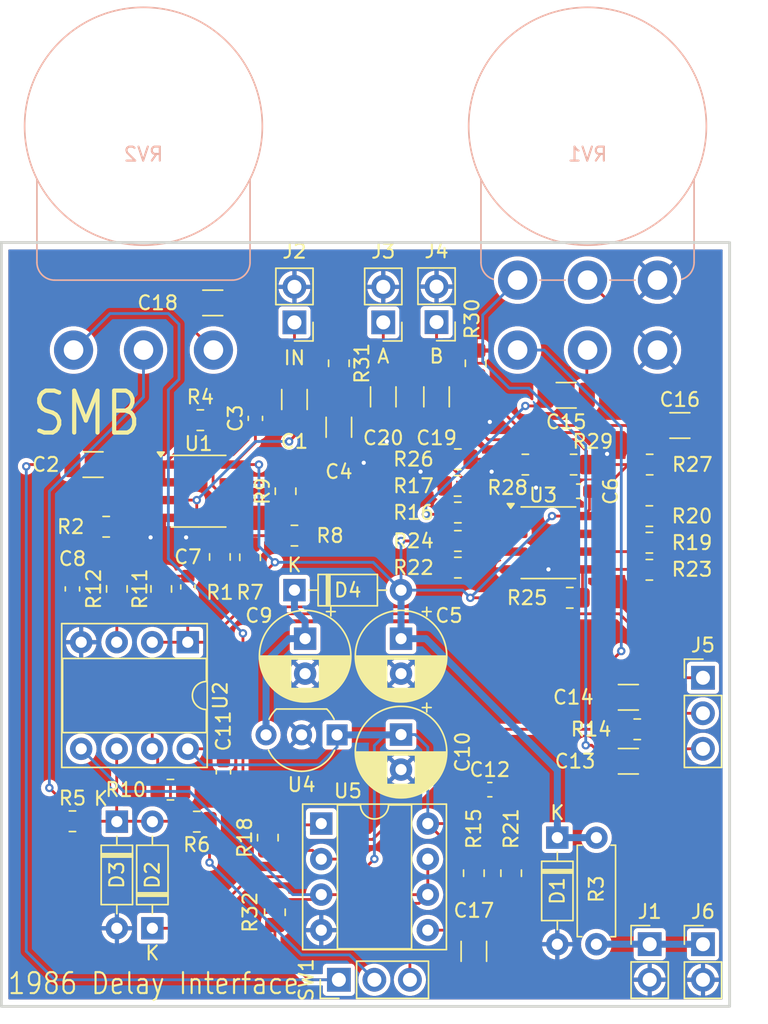
<source format=kicad_pcb>
(kicad_pcb (version 20240108) (generator "pcbnew") (generator_version "8.0")
  (layers (0 "F.Cu" signal) (31 "B.Cu" signal) (34 "B.Paste" user) (35 "F.Paste" user) (36 "B.SilkS" user "B.Silkscreen") (37 "F.SilkS" user "F.Silkscreen") (38 "B.Mask" user) (39 "F.Mask" user) (44 "Edge.Cuts" user))
  (net 0 "")
  (net 1 "Net-(U1A-+)")
  (net 2 "AUDIO IN")
  (net 3 "Net-(C4-Pad1)")
  (net 4 "GND")
  (net 5 "Net-(U1A--)")
  (net 6 "Net-(SW1-A)")
  (net 7 "ADC")
  (net 8 "+9V")
  (net 9 "DRY")
  (net 10 "Net-(C7-Pad1)")
  (net 11 "Net-(U2A-+)")
  (net 12 "Net-(U3A--)")
  (net 13 "Net-(D4-K)")
  (net 14 "IN B")
  (net 15 "Net-(U3A-+)")
  (net 16 "+3.3V")
  (net 17 "+1V5")
  (net 18 "Net-(C13-Pad1)")
  (net 19 "Net-(C14-Pad1)")
  (net 20 "IN A")
  (net 21 "Net-(C15-Pad1)")
  (net 22 "Net-(C15-Pad2)")
  (net 23 "Net-(C16-Pad2)")
  (net 24 "Net-(C16-Pad1)")
  (net 25 "Net-(U5B-+)")
  (net 26 "Net-(C18-Pad2)")
  (net 27 "Net-(C19-Pad1)")
  (net 28 "Net-(C20-Pad1)")
  (net 29 "Net-(D2-A)")
  (net 30 "OUT B")
  (net 31 "Net-(R10-Pad2)")
  (net 32 "OUT A")
  (net 33 "Net-(U5A--)")
  (net 34 "Net-(R18-Pad2)")
  (net 35 "Net-(U3B--)")
  (net 36 "Net-(U3B-+)")
  (net 37 "Net-(J1-Pin_1)")
  (net 38 "Net-(U1B--)")
  (net 39 "FBK")
  (net 40 "Net-(SW1-B)")
  (net 41 "Net-(U1B-+)")
  (footprint "Capacitor_SMD:C_1206_3216Metric" (layer "F.Cu") (at 144.145 65.644 90)
    (property "Reference" "C20")
    (property "Value" "1u")
  )
  (footprint "Package_TO_SOT_THT:TO-92_Inline_Wide" (layer "F.Cu") (at 140.843 89.81 180)
    (property "Reference" "U4")
    (property "Value" "L78L33_SOT89")
  )
  (footprint "Resistor_SMD:R_0805_2012Metric" (layer "F.Cu") (at 128.27 79.375 90)
    (property "Reference" "R11")
    (property "Value" "8k2")
  )
  (footprint "Connector_PinHeader_2.54mm:PinHeader_1x02_P2.54mm_Vertical" (layer "F.Cu") (at 163.195 104.77)
    (property "Reference" "J1")
    (property "Value" "PWR")
  )
  (footprint "Resistor_SMD:R_0805_2012Metric" (layer "F.Cu") (at 157.7575 70.485 180)
    (property "Reference" "R29")
    (property "Value" "1M")
  )
  (footprint "Package_DIP:DIP-8_W7.62mm_Socket" (layer "F.Cu") (at 139.71 96.149)
    (property "Reference" "U5")
    (property "Value" "MCP6002-xMC")
  )
  (footprint "Resistor_SMD:R_0805_2012Metric" (layer "F.Cu") (at 163.1715 76.073 180)
    (property "Reference" "R19")
    (property "Value" "10k")
  )
  (footprint "Capacitor_THT:CP_Radial_D6.3mm_P2.50mm" (layer "F.Cu") (at 138.557 82.931 -90)
    (property "Reference" "C9")
    (property "Value" "100u")
  )
  (footprint "Capacitor_SMD:C_1206_3216Metric" (layer "F.Cu") (at 157.226 65.532 180)
    (property "Reference" "C15")
    (property "Value" "1u")
  )
  (footprint "Resistor_SMD:R_0805_2012Metric" (layer "F.Cu") (at 135.89 97.155 90)
    (property "Reference" "R18")
    (property "Value" "10k")
  )
  (footprint "Capacitor_SMD:C_1206_3216Metric" (layer "F.Cu") (at 161.671 91.694)
    (property "Reference" "C13")
    (property "Value" "1u")
  )
  (footprint "Resistor_SMD:R_0805_2012Metric" (layer "F.Cu") (at 130.81 96.012 180)
    (property "Reference" "R6")
    (property "Value" "10k")
  )
  (footprint "Capacitor_SMD:C_1206_3216Metric" (layer "F.Cu") (at 161.671 87.122)
    (property "Reference" "C14")
    (property "Value" "1u")
  )
  (footprint "Resistor_SMD:R_0805_2012Metric" (layer "F.Cu") (at 163.1715 78.007)
    (property "Reference" "R23")
    (property "Value" "1M")
  )
  (footprint "Resistor_SMD:R_0805_2012Metric" (layer "F.Cu") (at 149.479 70.104)
    (property "Reference" "R26")
    (property "Value" "10k")
  )
  (footprint "Capacitor_SMD:C_0603_1608Metric" (layer "F.Cu") (at 130.175 79.235 -90)
    (property "Reference" "C7")
    (property "Value" "8n2")
  )
  (footprint "Connector_PinHeader_2.54mm:PinHeader_1x02_P2.54mm_Vertical" (layer "F.Cu") (at 137.795 60.32 180)
    (property "Reference" "J2")
    (property "Value" "IN")
  )
  (footprint "Resistor_SMD:R_0805_2012Metric" (layer "F.Cu") (at 149.479 75.946)
    (property "Reference" "R24")
    (property "Value" "1M")
  )
  (footprint "Diode_THT:D_DO-35_SOD27_P7.62mm_Horizontal" (layer "F.Cu") (at 125.095 96.012 -90)
    (property "Reference" "D3")
    (property "Value" "BAT43")
  )
  (footprint "Resistor_SMD:R_0805_2012Metric" (layer "F.Cu") (at 124.333 74.93 180)
    (property "Reference" "R2")
    (property "Value" "1M")
  )
  (footprint "Resistor_SMD:R_0805_2012Metric" (layer "F.Cu") (at 136.398 102.489 -90)
    (property "Reference" "R32")
    (property "Value" "1M")
  )
  (footprint "Resistor_THT:R_Axial_DIN0207_L6.3mm_D2.5mm_P7.62mm_Horizontal" (layer "F.Cu") (at 159.385 104.775 90)
    (property "Reference" "R3")
    (property "Value" "47R")
  )
  (footprint "Resistor_SMD:R_0805_2012Metric" (layer "F.Cu") (at 157.48 80.01)
    (property "Reference" "R25")
    (property "Value" "1M")
  )
  (footprint "Resistor_SMD:R_0805_2012Metric" (layer "F.Cu") (at 163.1715 74.168 180)
    (property "Reference" "R20")
    (property "Value" "10k")
  )
  (footprint "Resistor_SMD:R_0805_2012Metric" (layer "F.Cu") (at 163.195 70.485 180)
    (property "Reference" "R27")
    (property "Value" "10k")
  )
  (footprint "Resistor_SMD:R_0805_2012Metric" (layer "F.Cu") (at 137.16 72.39 90)
    (property "Reference" "R9")
    (property "Value" "10k")
  )
  (footprint "Capacitor_SMD:C_1206_3216Metric" (layer "F.Cu") (at 147.955 65.644 90)
    (property "Reference" "C19")
    (property "Value" "1u")
  )
  (footprint "Resistor_SMD:R_0805_2012Metric" (layer "F.Cu") (at 150.749 63.246 90)
    (property "Reference" "R30")
    (property "Value" "1M")
  )
  (footprint "Connector_PinHeader_2.54mm:PinHeader_1x02_P2.54mm_Vertical" (layer "F.Cu") (at 167.005 104.775)
    (property "Reference" "J6")
    (property "Value" "PWR")
  )
  (footprint "Resistor_SMD:R_0805_2012Metric" (layer "F.Cu") (at 137.795 75.565)
    (property "Reference" "R8")
    (property "Value" "1M")
  )
  (footprint "Capacitor_SMD:C_1206_3216Metric" (layer "F.Cu") (at 150.622 105.283 90)
    (property "Reference" "C17")
    (property "Value" "1u")
  )
  (footprint "Capacitor_SMD:C_1206_3216Metric" (layer "F.Cu") (at 131.953 58.928 180)
    (property "Reference" "C18")
    (property "Value" "1u")
  )
  (footprint "Diode_THT:D_DO-35_SOD27_P7.62mm_Horizontal" (layer "F.Cu") (at 156.591 97.155 -90)
    (property "Reference" "D1")
    (property "Value" "1N4007")
  )
  (footprint "Diode_THT:D_DO-35_SOD27_P7.62mm_Horizontal" (layer "F.Cu") (at 127.635 103.632 90)
    (property "Reference" "D2")
    (property "Value" "BAT43")
  )
  (footprint "Resistor_SMD:R_0805_2012Metric" (layer "F.Cu") (at 154.305 70.485)
    (property "Reference" "R28")
    (property "Value" "1M")
  )
  (footprint "Package_SO:SOIC-8_3.9x4.9mm_P1.27mm" (layer "F.Cu") (at 130.937 72.39)
    (property "Reference" "U1")
    (property "Value" "TL072")
  )
  (footprint "Resistor_SMD:R_0805_2012Metric" (layer "F.Cu") (at 149.479 73.914)
    (property "Reference" "R16")
    (property "Value" "10k")
  )
  (footprint "Resistor_SMD:R_0805_2012Metric" (layer "F.Cu") (at 153.289 99.695 -90)
    (property "Reference" "R21")
    (property "Value" "10k")
  )
  (footprint "Resistor_SMD:R_0805_2012Metric" (layer "F.Cu") (at 149.479 77.851 180)
    (property "Reference" "R22")
    (property "Value" "1M")
  )
  (footprint "Connector_PinHeader_2.54mm:PinHeader_1x02_P2.54mm_Vertical" (layer "F.Cu") (at 144.145 60.32 180)
    (property "Reference" "J3")
    (property "Value" "A")
  )
  (footprint "Package_DIP:DIP-8_W7.62mm_Socket" (layer "F.Cu") (at 130.165 83.185 -90)
    (property "Reference" "U2")
    (property "Value" "MCP6002-xMC")
  )
  (footprint "Connector_PinHeader_2.54mm:PinHeader_1x03_P2.54mm_Vertical" (layer "F.Cu") (at 140.97 107.315 90)
    (property "Reference" "SW1")
    (property "Value" "BYP")
  )
  (footprint "Resistor_SMD:R_0805_2012Metric" (layer "F.Cu") (at 140.97 63.246 90)
    (property "Reference" "R31")
    (property "Value" "1M")
  )
  (footprint "Capacitor_SMD:C_0603_1608Metric" (layer "F.Cu") (at 151.765 93.726)
    (property "Reference" "C12")
    (property "Value" "10n")
  )
  (footprint "Resistor_SMD:R_0805_2012Metric" (layer "F.Cu") (at 128.9285 93.726 180)
    (property "Reference" "R10")
    (property "Value" "10k")
  )
  (footprint "Capacitor_THT:CP_Radial_D6.3mm_P2.50mm" (layer "F.Cu") (at 145.415 82.931 -90)
    (property "Reference" "C5")
    (property "Value" "100u")
  )
  (footprint "Capacitor_SMD:C_1206_3216Metric" (layer "F.Cu") (at 123.395 70.485 180)
    (property "Reference" "C2")
    (property "Value" "1u")
  )
  (footprint "Resistor_SMD:R_0805_2012Metric" (layer "F.Cu") (at 131.064 67.31)
    (property "Reference" "R4")
    (property "Value" "10k")
  )
  (footprint "Resistor_SMD:R_0805_2012Metric" (layer "F.Cu") (at 125.095 79.375 -90)
    (property "Reference" "R12")
    (property "Value" "22k")
  )
  (footprint "Resistor_SMD:R_0805_2012Metric" (layer "F.Cu") (at 150.622 99.695 -90)
    (property "Reference" "R15")
    (property "Value" "10k")
  )
  (footprint "Capacitor_SMD:C_1206_3216Metric" (layer "F.Cu") (at 165.354 67.691)
    (property "Reference" "C16")
    (property "Value" "1u")
  )
  (footprint "Resistor_SMD:R_0805_2012Metric" (layer "F.Cu") (at 162.306 89.408 180)
    (property "Reference" "R14")
    (property "Value" "10k")
  )
  (footprint "Capacitor_THT:CP_Radial_D6.3mm_P2.50mm" (layer "F.Cu") (at 145.415 89.789 -90)
    (property "Reference" "C10")
    (property "Value" "100u")
  )
  (footprint "Diode_THT:D_DO-35_SOD27_P7.62mm_Horizontal" (layer "F.Cu") (at 137.795 79.462621)
    (property "Reference" "D4")
    (property "Value" "1N4007")
  )
  (footprint "Resistor_SMD:R_0805_2012Metric" (layer "F.Cu") (at 149.4555 72.009)
    (property "Reference" "R17")
    (property "Value" "10k")
  )
  (footprint "Resistor_SMD:R_0805_2012Metric" (layer "F.Cu") (at 121.92 95.983)
    (property "Reference" "R5")
    (property "Value" "10k")
  )
  (footprint "Capacitor_SMD:C_0603_1608Metric" (layer "F.Cu") (at 121.92 79.375 -90)
    (property "Reference" "C8")
    (property "Value" "1n")
  )
  (footprint "Connector_PinHeader_2.54mm:PinHeader_1x03_P2.54mm_Vertical" (layer "F.Cu") (at 167.005 85.725)
    (property "Reference" "J5")
    (property "Value" "Conn_01x03")
  )
  (footprint "Package_SO:SOIC-8_3.9x4.9mm_P1.27mm" (layer "F.Cu") (at 155.956 76.073)
    (property "Reference" "U3")
    (property "Value" "TL072")
  )
  (footprint "Resistor_SMD:R_0805_2012Metric" (layer "F.Cu") (at 134.62 77.1125 90)
    (property "Reference" "R7")
    (property "Value" "1M")
  )
  (footprint "Capacitor_SMD:C_0603_1608Metric" (layer "F.Cu") (at 132.715 92.456 -90)
    (property "Reference" "C11")
    (property "Value" "10n")
  )
  (footprint "Capacitor_SMD:C_0603_1608Metric" (layer "F.Cu") (at 135.001 67.183 90)
    (property "Reference" "C3")
    (property "Value" "10n")
  )
  (footprint "Capacitor_SMD:C_0603_1608Metric" (layer "F.Cu") (at 158.115 72.39 180)
    (property "Reference" "C6")
    (property "Value" "10n")
  )
  (footprint "Capacitor_SMD:C_1206_3216Metric" (layer "F.Cu") (at 140.97 67.818 90)
    (property "Reference" "C4")
    (property "Value" "1u")
  )
  (footprint "Resistor_SMD:R_0805_2012Metric" (layer "F.Cu") (at 132.461 77.089 90)
    (property "Reference" "R1")
    (property "Value" "1M")
  )
  (footprint "Capacitor_SMD:C_1206_3216Metric" (layer "F.Cu") (at 137.795 65.835 -90)
    (property "Reference" "C1")
    (property "Value" "1u")
  )
  (footprint "Connector_PinHeader_2.54mm:PinHeader_1x02_P2.54mm_Vertical" (layer "F.Cu") (at 147.955 60.3015 180)
    (property "Reference" "J4")
    (property "Value" "B")
  )
  (footprint "POT_ALPHA:RV16AF-41" (layer "B.Cu") (at 127 46.3 180)
    (property "Reference" "RV2")
    (property "Value" "A100k FBK")
  )
  (footprint "POT_ALPHA:RV16A01F-41" (layer "B.Cu") (at 158.75 46.3 180)
    (property "Reference" "RV1")
    (property "Value" "A100k Dual MIX")
  )
  (gr_rect (start 116.84 54.61) (end 168.91 109.22) (stroke (width 0.2)) (fill none) (layer "Edge.Cuts"))
  (gr_text "SMB" (at 118.872 68.58 0) (layer "F.SilkS") (effects (font (size 3 2.5) (thickness 0.3)) (justify left bottom)))
  (gr_text "1986 Delay Interface" (at 117.221 108.458 0) (layer "F.SilkS") (effects (font (size 1.5 1.3)) (justify left bottom)))
  (segment (start 128.462 73.025) (end 127.1505 73.025) (width 0.2) (layer "F.Cu") (net 1))
  (segment (start 130.81 73.025) (end 128.462 73.025) (width 0.2) (layer "F.Cu") (net 1))
  (segment (start 137.795 68.453) (end 137.414 68.834) (width 0.2) (layer "F.Cu") (net 1))
  (segment (start 137.795 67.31) (end 137.795 68.453) (width 0.2) (layer "F.Cu") (net 1))
  (segment (start 130.81 74.5255) (end 130.81 73.025) (width 0.2) (layer "F.Cu") (net 1))
  (segment (start 132.461 76.1765) (end 130.81 74.5255) (width 0.2) (layer "F.Cu") (net 1))
  (segment (start 127.1505 73.025) (end 125.2455 74.93) (width 0.2) (layer "F.Cu") (net 1))
  (via (at 137.414 68.834) (size 0.6) (drill 0.3) (layers "F.Cu" "B.Cu") (net 1))
  (via (at 130.81 73.025) (size 0.6) (drill 0.3) (layers "F.Cu" "B.Cu") (net 1))
  (segment (start 135.001 68.834) (end 130.81 73.025) (width 0.2) (layer "B.Cu") (net 1))
  (segment (start 137.414 68.834) (end 135.001 68.834) (width 0.2) (layer "B.Cu") (net 1))
  (segment (start 137.795 64.36) (end 137.795 60.32) (width 0.2) (layer "F.Cu") (net 2))
  (segment (start 133.412 71.755) (end 136.8825 71.755) (width 0.2) (layer "F.Cu") (net 3))
  (segment (start 140.97 70.104) (end 140.97 69.293) (width 0.2) (layer "F.Cu") (net 3))
  (segment (start 139.5965 71.4775) (end 140.97 70.104) (width 0.2) (layer "F.Cu") (net 3))
  (segment (start 137.16 71.4775) (end 139.5965 71.4775) (width 0.2) (layer "F.Cu") (net 3))
  (segment (start 137.3905 71.247) (end 137.16 71.4775) (width 0.2) (layer "F.Cu") (net 3))
  (segment (start 136.8825 71.755) (end 137.16 71.4775) (width 0.2) (layer "F.Cu") (net 3))
  (via (at 160.147 69.723) (size 0.6) (drill 0.3) (layers "F.Cu" "B.Cu") (net 4))
  (via (at 127.508 75.692) (size 0.6) (drill 0.3) (layers "F.Cu" "B.Cu") (net 4))
  (via (at 130.048 75.692) (size 0.6) (drill 0.3) (layers "F.Cu" "B.Cu") (net 4))
  (via (at 142.748 70.358) (size 0.6) (drill 0.3) (layers "F.Cu" "B.Cu") (net 4))
  (via (at 151.765 67.437) (size 0.6) (drill 0.3) (layers "F.Cu" "B.Cu") (net 4))
  (via (at 155.067 72.136) (size 0.6) (drill 0.3) (layers "F.Cu" "B.Cu") (net 4))
  (via (at 151.892 70.993) (size 0.6) (drill 0.3) (layers "F.Cu" "B.Cu") (net 4))
  (via (at 146.812 70.993) (size 0.6) (drill 0.3) (layers "F.Cu" "B.Cu") (net 4))
  (via (at 144.399 68.834) (size 0.6) (drill 0.3) (layers "F.Cu" "B.Cu") (net 4))
  (via (at 155.956 77.978) (size 0.6) (drill 0.3) (layers "F.Cu" "B.Cu") (net 4))
  (segment (start 130.1515 68.7955) (end 130.1515 67.31) (width 0.2) (layer "F.Cu") (net 5))
  (segment (start 124.87 70.485) (end 128.462 70.485) (width 0.2) (layer "F.Cu") (net 5))
  (segment (start 128.462 71.755) (end 128.462 70.485) (width 0.2) (layer "F.Cu") (net 5))
  (segment (start 128.462 70.485) (end 130.1515 68.7955) (width 0.2) (layer "F.Cu") (net 5))
  (segment (start 138.811 107.315) (end 140.97 107.315) (width 0.2) (layer "F.Cu") (net 6))
  (segment (start 118.745 70.485) (end 121.92 70.485) (width 0.2) (layer "F.Cu") (net 6))
  (segment (start 118.618 70.612) (end 118.745 70.485) (width 0.2) (layer "F.Cu") (net 6))
  (segment (start 136.398 103.4015) (end 136.398 104.902) (width 0.2) (layer "F.Cu") (net 6))
  (segment (start 136.398 104.902) (end 138.811 107.315) (width 0.2) (layer "F.Cu") (net 6))
  (via (at 118.618 70.612) (size 0.6) (drill 0.3) (layers "F.Cu" "B.Cu") (net 6))
  (segment (start 120.65 107.315) (end 118.618 105.283) (width 0.2) (layer "B.Cu") (net 6))
  (segment (start 140.97 107.315) (end 120.65 107.315) (width 0.2) (layer "B.Cu") (net 6))
  (segment (start 118.618 105.283) (end 118.618 70.612) (width 0.2) (layer "B.Cu") (net 6))
  (segment (start 161.036 81.153) (end 165.608 85.725) (width 0.2) (layer "F.Cu") (net 7))
  (segment (start 133.604 81.153) (end 161.036 81.153) (width 0.2) (layer "F.Cu") (net 7))
  (segment (start 165.608 85.725) (end 167.005 85.725) (width 0.2) (layer "F.Cu") (net 7))
  (segment (start 131.572 83.185) (end 133.604 81.153) (width 0.2) (layer "F.Cu") (net 7))
  (segment (start 130.165 83.185) (end 130.165 80.02) (width 0.2) (layer "F.Cu") (net 7))
  (segment (start 130.165 83.185) (end 131.572 83.185) (width 0.2) (layer "F.Cu") (net 7))
  (segment (start 130.165 80.02) (end 130.175 80.01) (width 0.2) (layer "F.Cu") (net 7))
  (segment (start 127.625 83.185) (end 130.165 83.185) (width 0.2) (layer "F.Cu") (net 7))
  (segment (start 158.89 72.39) (end 158.89 73.709) (width 0.2) (layer "F.Cu") (net 8))
  (segment (start 132.461 78.0015) (end 134.5965 78.0015) (width 0.2) (layer "F.Cu") (net 8))
  (segment (start 133.412 70.485) (end 135.001 68.896) (width 0.2) (layer "F.Cu") (net 8))
  (segment (start 135.843 78.025) (end 136.398 77.47) (width 0.2) (layer "F.Cu") (net 8))
  (segment (start 135.001 68.896) (end 135.001 67.958) (width 0.2) (layer "F.Cu") (net 8))
  (segment (start 156.5675 80.01) (end 150.368 80.01) (width 0.2) (layer "F.Cu") (net 8))
  (segment (start 134.5965 78.0015) (end 134.62 78.025) (width 0.2) (layer "F.Cu") (net 8))
  (segment (start 156.21 74.168) (end 158.431 74.168) (width 0.2) (layer "F.Cu") (net 8))
  (segment (start 133.412 70.485) (end 135.255 70.485) (width 0.2) (layer "F.Cu") (net 8))
  (segment (start 158.89 73.709) (end 158.431 74.168) (width 0.2) (layer "F.Cu") (net 8))
  (segment (start 134.62 78.025) (end 135.843 78.025) (width 0.2) (layer "F.Cu") (net 8))
  (segment (start 148.5665 75.946) (end 145.415 75.946) (width 0.2) (layer "F.Cu") (net 8))
  (via (at 145.415 75.946) (size 0.6) (drill 0.3) (layers "F.Cu" "B.Cu") (net 8))
  (via (at 156.21 74.168) (size 0.6) (drill 0.3) (layers "F.Cu" "B.Cu") (net 8))
  (via (at 136.398 77.47) (size 0.6) (drill 0.3) (layers "F.Cu" "B.Cu") (net 8))
  (via (at 150.368 80.01) (size 0.6) (drill 0.3) (layers "F.Cu" "B.Cu") (net 8))
  (via (at 135.255 70.485) (size 0.6) (drill 0.3) (layers "F.Cu" "B.Cu") (net 8))
  (segment (start 145.415 79.462621) (end 149.820621 79.462621) (width 0.2) (layer "B.Cu") (net 8))
  (segment (start 156.591 97.155) (end 156.591 92.329) (width 0.5) (layer "B.Cu") (net 8))
  (segment (start 147.193 82.931) (end 145.415 82.931) (width 0.5) (layer "B.Cu") (net 8))
  (segment (start 150.368 80.01) (end 156.21 74.168) (width 0.2) (layer "B.Cu") (net 8))
  (segment (start 143.422379 77.47) (end 145.415 79.462621) (width 0.2) (layer "B.Cu") (net 8))
  (segment (start 145.415 75.946) (end 145.415 79.462621) (width 0.2) (layer "B.Cu") (net 8))
  (segment (start 159.385 97.155) (end 156.591 97.155) (width 0.5) (layer "B.Cu") (net 8))
  (segment (start 135.255 76.327) (end 136.398 77.47) (width 0.2) (layer "B.Cu") (net 8))
  (segment (start 136.398 77.47) (end 143.422379 77.47) (width 0.2) (layer "B.Cu") (net 8))
  (segment (start 135.255 70.485) (end 135.255 76.327) (width 0.2) (layer "B.Cu") (net 8))
  (segment (start 149.820621 79.462621) (end 150.368 80.01) (width 0.2) (layer "B.Cu") (net 8))
  (segment (start 156.591 92.329) (end 147.193 82.931) (width 0.5) (layer "B.Cu") (net 8))
  (segment (start 145.415 79.462621) (end 145.415 82.931) (width 0.5) (layer "B.Cu") (net 8))
  (segment (start 142.367 66.929) (end 141.781 66.343) (width 0.2) (layer "F.Cu") (net 9))
  (segment (start 151.638 65.659) (end 153.67 67.691) (width 0.2) (layer "F.Cu") (net 9))
  (segment (start 165.481 72.771) (end 164.084 74.168) (width 0.2) (layer "F.Cu") (net 9))
  (segment (start 165.481 69.723) (end 165.481 72.771) (width 0.2) (layer "F.Cu") (net 9))
  (segment (start 142.064 66.343) (end 142.748 65.659) (width 0.2) (layer "F.Cu") (net 9))
  (segment (start 161.544 67.691) (end 163.068 69.215) (width 0.2) (layer "F.Cu") (net 9))
  (segment (start 163.068 69.215) (end 164.973 69.215) (width 0.2) (layer "F.Cu") (net 9))
  (segment (start 164.973 69.215) (end 165.481 69.723) (width 0.2) (layer "F.Cu") (net 9))
  (segment (start 141.781 66.343) (end 140.97 66.343) (width 0.2) (layer "F.Cu") (net 9))
  (segment (start 146.177 72.009) (end 142.367 68.199) (width 0.2) (layer "F.Cu") (net 9))
  (segment (start 142.748 65.659) (end 151.638 65.659) (width 0.2) (layer "F.Cu") (net 9))
  (segment (start 142.367 68.199) (end 142.367 66.929) (width 0.2) (layer "F.Cu") (net 9))
  (segment (start 148.543 72.009) (end 146.177 72.009) (width 0.2) (layer "F.Cu") (net 9))
  (segment (start 140.97 66.343) (end 142.064 66.343) (width 0.2) (layer "F.Cu") (net 9))
  (segment (start 153.67 67.691) (end 161.544 67.691) (width 0.2) (layer "F.Cu") (net 9))
  (segment (start 125.095 78.4625) (end 130.1725 78.4625) (width 0.2) (layer "F.Cu") (net 10))
  (segment (start 130.1725 78.4625) (end 130.175 78.46) (width 0.2) (layer "F.Cu") (net 10))
  (segment (start 125.095 80.2875) (end 125.095 83.175) (width 0.2) (layer "F.Cu") (net 11))
  (segment (start 124.9575 80.15) (end 125.095 80.2875) (width 0.2) (layer "F.Cu") (net 11))
  (segment (start 125.095 83.175) (end 125.085 83.185) (width 0.2) (layer "F.Cu") (net 11))
  (segment (start 121.92 80.15) (end 124.9575 80.15) (width 0.2) (layer "F.Cu") (net 11))
  (segment (start 148.5665 70.2075) (end 150.368 72.009) (width 0.2) (layer "F.Cu") (net 12))
  (segment (start 150.3915 72.0325) (end 150.368 72.009) (width 0.2) (layer "F.Cu") (net 12))
  (segment (start 150.3915 73.914) (end 150.3915 72.0325) (width 0.2) (layer "F.Cu") (net 12))
  (segment (start 148.5665 70.104) (end 148.5665 70.2075) (width 0.2) (layer "F.Cu") (net 12))
  (segment (start 151.9155 75.438) (end 150.3915 73.914) (width 0.2) (layer "F.Cu") (net 12))
  (segment (start 153.481 75.438) (end 151.9155 75.438) (width 0.2) (layer "F.Cu") (net 12))
  (segment (start 138.557 82.931) (end 137.414 82.931) (width 0.5) (layer "B.Cu") (net 13))
  (segment (start 137.795 79.462621) (end 137.795 80.899) (width 0.5) (layer "B.Cu") (net 13))
  (segment (start 137.414 82.931) (end 135.763 84.582) (width 0.5) (layer "B.Cu") (net 13))
  (segment (start 135.763 84.582) (end 135.763 89.81) (width 0.5) (layer "B.Cu") (net 13))
  (segment (start 138.557 81.661) (end 138.557 82.931) (width 0.5) (layer "B.Cu") (net 13))
  (segment (start 137.795 80.899) (end 138.557 81.661) (width 0.5) (layer "B.Cu") (net 13))
  (segment (start 163.146 91.694) (end 164.035 90.805) (width 0.2) (layer "F.Cu") (net 14))
  (segment (start 164.035 90.805) (end 167.005 90.805) (width 0.2) (layer "F.Cu") (net 14))
  (segment (start 150.3915 77.851) (end 150.3915 75.946) (width 0.2) (layer "F.Cu") (net 15))
  (segment (start 153.481 76.708) (end 151.1535 76.708) (width 0.2) (layer "F.Cu") (net 15))
  (segment (start 151.1535 76.708) (end 150.3915 75.946) (width 0.2) (layer "F.Cu") (net 15))
  (segment (start 142.24 99.949) (end 143.51 98.679) (width 0.2) (layer "F.Cu") (net 16))
  (segment (start 148.567 96.149) (end 150.99 93.726) (width 0.2) (layer "F.Cu") (net 16))
  (segment (start 130.937 103.632) (end 134.493 100.076) (width 0.2) (layer "F.Cu") (net 16))
  (segment (start 149.9635 98.7825) (end 147.33 96.149) (width 0.2) (layer "F.Cu") (net 16))
  (segment (start 130.165 90.805) (end 131.839 90.805) (width 0.2) (layer "F.Cu") (net 16))
  (segment (start 134.62 99.949) (end 139.7 99.949) (width 0.2) (layer "F.Cu") (net 16))
  (segment (start 127.635 103.632) (end 130.937 103.632) (width 0.2) (layer "F.Cu") (net 16))
  (segment (start 139.7 99.949) (end 142.24 99.949) (width 0.2) (layer "F.Cu") (net 16))
  (segment (start 131.839 90.805) (end 132.715 91.681) (width 0.2) (layer "F.Cu") (net 16))
  (segment (start 134.493 100.076) (end 134.62 99.949) (width 0.2) (layer "F.Cu") (net 16))
  (segment (start 150.622 98.7825) (end 149.9635 98.7825) (width 0.2) (layer "F.Cu") (net 16))
  (segment (start 147.33 96.149) (end 148.567 96.149) (width 0.2) (layer "F.Cu") (net 16))
  (via (at 143.51 98.679) (size 0.6) (drill 0.3) (layers "F.Cu" "B.Cu") (net 16))
  (segment (start 145.415 89.789) (end 146.431 89.789) (width 0.2) (layer "B.Cu") (net 16))
  (segment (start 143.51 98.679) (end 143.51 90.572) (width 0.2) (layer "B.Cu") (net 16))
  (segment (start 146.431 89.789) (end 147.33 90.688) (width 0.2) (layer "B.Cu") (net 16))
  (segment (start 139.573 91.948) (end 140.843 90.678) (width 0.2) (layer "B.Cu") (net 16))
  (segment (start 143.51 90.572) (end 144.272 89.81) (width 0.2) (layer "B.Cu") (net 16))
  (segment (start 131.308 91.948) (end 139.573 91.948) (width 0.2) (layer "B.Cu") (net 16))
  (segment (start 145.394 89.81) (end 145.415 89.789) (width 0.5) (layer "B.Cu") (net 16))
  (segment (start 147.33 90.688) (end 147.33 96.149) (width 0.2) (layer "B.Cu") (net 16))
  (segment (start 140.843 90.678) (end 140.843 89.81) (width 0.2) (layer "B.Cu") (net 16))
  (segment (start 140.843 89.81) (end 144.272 89.81) (width 0.5) (layer "B.Cu") (net 16))
  (segment (start 130.165 90.805) (end 131.308 91.948) (width 0.2) (layer "B.Cu") (net 16))
  (segment (start 144.272 89.81) (end 145.394 89.81) (width 0.5) (layer "B.Cu") (net 16))
  (segment (start 146.705 101.854) (end 147.33 101.229) (width 0.2) (layer "F.Cu") (net 17))
  (segment (start 147.33 98.689) (end 147.33 101.229) (width 0.2) (layer "F.Cu") (net 17))
  (segment (start 146.05 101.854) (end 146.705 101.854) (width 0.2) (layer "F.Cu") (net 17))
  (segment (start 139.3625 101.5765) (end 139.71 101.229) (width 0.2) (layer "F.Cu") (net 17))
  (segment (start 145.161 104.267) (end 145.161 102.743) (width 0.2) (layer "F.Cu") (net 17))
  (segment (start 146.05 105.156) (end 145.161 104.267) (width 0.2) (layer "F.Cu") (net 17))
  (segment (start 136.398 101.5765) (end 139.3625 101.5765) (width 0.2) (layer "F.Cu") (net 17))
  (segment (start 145.161 102.743) (end 146.05 101.854) (width 0.2) (layer "F.Cu") (net 17))
  (segment (start 139.71 101.229) (end 147.33 101.229) (width 0.2) (layer "F.Cu") (net 17))
  (segment (start 146.05 107.315) (end 146.05 105.156) (width 0.2) (layer "F.Cu") (net 17))
  (segment (start 125.593 93.853) (end 130.302 93.853) (width 0.2) (layer "B.Cu") (net 17))
  (segment (start 137.678 101.229) (end 139.71 101.229) (width 0.2) (layer "B.Cu") (net 17))
  (segment (start 122.545 90.805) (end 125.593 93.853) (width 0.2) (layer "B.Cu") (net 17))
  (segment (start 130.302 93.853) (end 137.678 101.229) (width 0.2) (layer "B.Cu") (net 17))
  (segment (start 159.053 90.551) (end 158.623 90.551) (width 0.2) (layer "F.Cu") (net 18))
  (segment (start 160.196 91.694) (end 159.053 90.551) (width 0.2) (layer "F.Cu") (net 18))
  (via (at 158.623 90.551) (size 0.6) (drill 0.3) (layers "F.Cu" "B.Cu") (net 18))
  (segment (start 153.162 65.024) (end 154.559 65.024) (width 0.2) (layer "B.Cu") (net 18))
  (segment (start 158.623 69.088) (end 158.623 90.551) (width 0.2) (layer "B.Cu") (net 18))
  (segment (start 151.257 63.119) (end 153.162 65.024) (width 0.2) (layer "B.Cu") (net 18))
  (segment (start 154.559 65.024) (end 158.623 69.088) (width 0.2) (layer "B.Cu") (net 18))
  (segment (start 151.257 59.793) (end 151.257 63.119) (width 0.2) (layer "B.Cu") (net 18))
  (segment (start 153.75 57.3) (end 151.257 59.793) (width 0.2) (layer "B.Cu") (net 18))
  (segment (start 160.196 84.787) (end 160.196 87.122) (width 0.2) (layer "F.Cu") (net 19))
  (segment (start 161.163 83.82) (end 160.196 84.787) (width 0.2) (layer "F.Cu") (net 19))
  (via (at 161.163 83.82) (size 0.6) (drill 0.3) (layers "F.Cu" "B.Cu") (net 19))
  (segment (start 155.645 62.3) (end 153.75 62.3) (width 0.2) (layer "B.Cu") (net 19))
  (segment (start 161.163 83.82) (end 161.163 67.818) (width 0.2) (layer "B.Cu") (net 19))
  (segment (start 161.163 67.818) (end 155.645 62.3) (width 0.2) (layer "B.Cu") (net 19))
  (segment (start 164.289 88.265) (end 165.735 88.265) (width 0.2) (layer "F.Cu") (net 20))
  (segment (start 164.592 89.408) (end 165.735 88.265) (width 0.2) (layer "F.Cu") (net 20))
  (segment (start 165.735 88.265) (end 167.005 88.265) (width 0.2) (layer "F.Cu") (net 20))
  (segment (start 163.146 87.122) (end 164.289 88.265) (width 0.2) (layer "F.Cu") (net 20))
  (segment (start 163.2185 89.408) (end 164.592 89.408) (width 0.2) (layer "F.Cu") (net 20))
  (segment (start 158.701 65.532) (end 158.701 62.349) (width 0.2) (layer "F.Cu") (net 21))
  (segment (start 158.701 62.349) (end 158.75 62.3) (width 0.2) (layer "F.Cu") (net 21))
  (segment (start 154.989 66.294) (end 154.305 66.294) (width 0.2) (layer "F.Cu") (net 22))
  (segment (start 155.751 65.532) (end 154.989 66.294) (width 0.2) (layer "F.Cu") (net 22))
  (segment (start 148.4395 74.041) (end 148.5665 73.914) (width 0.2) (layer "F.Cu") (net 22))
  (segment (start 147.193 74.041) (end 148.4395 74.041) (width 0.2) (layer "F.Cu") (net 22))
  (via (at 147.193 74.041) (size 0.6) (drill 0.3) (layers "F.Cu" "B.Cu") (net 22))
  (via (at 154.305 66.294) (size 0.6) (drill 0.3) (layers "F.Cu" "B.Cu") (net 22))
  (segment (start 154.305 66.294) (end 147.193 73.406) (width 0.2) (layer "B.Cu") (net 22))
  (segment (start 147.193 73.406) (end 147.193 74.041) (width 0.2) (layer "B.Cu") (net 22))
  (segment (start 164.084 76.073) (end 166.829 73.328) (width 0.2) (layer "F.Cu") (net 23))
  (segment (start 166.829 73.328) (end 166.829 67.691) (width 0.2) (layer "F.Cu") (net 23))
  (segment (start 163.068 67.691) (end 161.29 65.913) (width 0.2) (layer "F.Cu") (net 24))
  (segment (start 161.29 65.913) (end 161.29 59.84) (width 0.2) (layer "F.Cu") (net 24))
  (segment (start 163.879 67.691) (end 163.068 67.691) (width 0.2) (layer "F.Cu") (net 24))
  (segment (start 161.29 59.84) (end 158.75 57.3) (width 0.2) (layer "F.Cu") (net 24))
  (segment (start 150.583 103.769) (end 150.622 103.808) (width 0.2) (layer "F.Cu") (net 25))
  (segment (start 150.622 100.6075) (end 153.289 100.6075) (width 0.2) (layer "F.Cu") (net 25))
  (segment (start 147.33 103.769) (end 150.583 103.769) (width 0.2) (layer "F.Cu") (net 25))
  (segment (start 150.622 103.808) (end 150.622 100.6075) (width 0.2) (layer "F.Cu") (net 25))
  (segment (start 130.478 60.778) (end 132 62.3) (width 0.2) (layer "F.Cu") (net 26))
  (segment (start 130.478 58.928) (end 130.478 60.778) (width 0.2) (layer "F.Cu") (net 26))
  (segment (start 159.766 75.438) (end 160.528 74.676) (width 0.2) (layer "F.Cu") (net 27))
  (segment (start 157.861 68.707) (end 151.638 68.707) (width 0.2) (layer "F.Cu") (net 27))
  (segment (start 160.528 71.628) (end 161.671 70.485) (width 0.2) (layer "F.Cu") (net 27))
  (segment (start 161.671 70.485) (end 158.67 70.485) (width 0.2) (layer "F.Cu") (net 27))
  (segment (start 158.67 70.485) (end 158.67 69.516) (width 0.2) (layer "F.Cu") (net 27))
  (segment (start 162.2825 70.485) (end 161.671 70.485) (width 0.2) (layer "F.Cu") (net 27))
  (segment (start 160.528 74.676) (end 160.528 71.628) (width 0.2) (layer "F.Cu") (net 27))
  (segment (start 151.638 68.707) (end 150.05 67.119) (width 0.2) (layer "F.Cu") (net 27))
  (segment (start 158.431 75.438) (end 159.766 75.438) (width 0.2) (layer "F.Cu") (net 27))
  (segment (start 158.67 69.516) (end 157.861 68.707) (width 0.2) (layer "F.Cu") (net 27))
  (segment (start 150.05 67.119) (end 147.955 67.119) (width 0.2) (layer "F.Cu") (net 27))
  (segment (start 149.479 68.707) (end 145.733 68.707) (width 0.2) (layer "F.Cu") (net 28))
  (segment (start 145.733 68.707) (end 144.145 67.119) (width 0.2) (layer "F.Cu") (net 28))
  (segment (start 153.481 74.168) (end 153.481 70.5735) (width 0.2) (layer "F.Cu") (net 28))
  (segment (start 150.3915 70.104) (end 150.3915 69.6195) (width 0.2) (layer "F.Cu") (net 28))
  (segment (start 150.3915 70.104) (end 153.0115 70.104) (width 0.2) (layer "F.Cu") (net 28))
  (segment (start 153.481 70.5735) (end 153.3925 70.485) (width 0.2) (layer "F.Cu") (net 28))
  (segment (start 150.3915 69.6195) (end 149.479 68.707) (width 0.2) (layer "F.Cu") (net 28))
  (segment (start 153.0115 70.104) (end 153.3925 70.485) (width 0.2) (layer "F.Cu") (net 28))
  (segment (start 129.8685 95.983) (end 129.8975 96.012) (width 0.2) (layer "F.Cu") (net 29))
  (segment (start 125.085 90.805) (end 125.085 96.002) (width 0.2) (layer "F.Cu") (net 29))
  (segment (start 129.841 93.726) (end 129.841 95.9555) (width 0.2) (layer "F.Cu") (net 29))
  (segment (start 122.8325 95.983) (end 129.8685 95.983) (width 0.2) (layer "F.Cu") (net 29))
  (segment (start 125.085 96.002) (end 125.095 96.012) (width 0.2) (layer "F.Cu") (net 29))
  (segment (start 129.841 95.9555) (end 129.8975 96.012) (width 0.2) (layer "F.Cu") (net 29))
  (segment (start 150.749 64.1585) (end 147.9655 64.1585) (width 0.2) (layer "F.Cu") (net 30))
  (segment (start 147.9655 64.1585) (end 147.955 64.169) (width 0.2) (layer "F.Cu") (net 30))
  (segment (start 147.955 64.169) (end 147.955 60.3015) (width 0.2) (layer "F.Cu") (net 30))
  (segment (start 128.1195 80.2875) (end 126.365 82.042) (width 0.2) (layer "F.Cu") (net 31))
  (segment (start 126.365 84.963) (end 127.625 86.223) (width 0.2) (layer "F.Cu") (net 31))
  (segment (start 128.016 91.196) (end 127.625 90.805) (width 0.2) (layer "F.Cu") (net 31))
  (segment (start 127.625 86.223) (end 127.625 90.805) (width 0.2) (layer "F.Cu") (net 31))
  (segment (start 128.016 93.726) (end 128.016 91.196) (width 0.2) (layer "F.Cu") (net 31))
  (segment (start 128.27 80.2875) (end 128.1195 80.2875) (width 0.2) (layer "F.Cu") (net 31))
  (segment (start 126.365 82.042) (end 126.365 84.963) (width 0.2) (layer "F.Cu") (net 31))
  (segment (start 144.0875 64.1115) (end 144.145 64.169) (width 0.2) (layer "F.Cu") (net 32))
  (segment (start 144.145 64.169) (end 144.145 60.32) (width 0.2) (layer "F.Cu") (net 32))
  (segment (start 144.1345 64.1585) (end 144.145 64.169) (width 0.2) (layer "F.Cu") (net 32))
  (segment (start 140.97 64.1585) (end 144.1345 64.1585) (width 0.2) (layer "F.Cu") (net 32))
  (segment (start 143.383 97.282) (end 142.748 97.282) (width 0.2) (layer "F.Cu") (net 33))
  (segment (start 135.89 98.0675) (end 139.0885 98.0675) (width 0.2) (layer "F.Cu") (net 33))
  (segment (start 139.0885 98.0675) (end 139.71 98.689) (width 0.2) (layer "F.Cu") (net 33))
  (segment (start 151.257 89.408) (end 143.383 97.282) (width 0.2) (layer "F.Cu") (net 33))
  (segment (start 141.341 98.689) (end 139.71 98.689) (width 0.2) (layer "F.Cu") (net 33))
  (segment (start 161.3935 89.408) (end 151.257 89.408) (width 0.2) (layer "F.Cu") (net 33))
  (segment (start 142.748 97.282) (end 141.341 98.689) (width 0.2) (layer "F.Cu") (net 33))
  (segment (start 135.89 96.2425) (end 139.6165 96.2425) (width 0.2) (layer "F.Cu") (net 34))
  (segment (start 134.112 92.837) (end 135.89 94.615) (width 0.2) (layer "F.Cu") (net 34))
  (segment (start 135.89 94.615) (end 135.89 96.2425) (width 0.2) (layer "F.Cu") (net 34))
  (segment (start 139.6165 96.2425) (end 139.71 96.149) (width 0.2) (layer "F.Cu") (net 34))
  (segment (start 134.112 82.55) (end 134.112 92.837) (width 0.2) (layer "F.Cu") (net 34))
  (via (at 134.112 82.55) (size 0.6) (drill 0.3) (layers "F.Cu" "B.Cu") (net 34))
  (segment (start 129.54 60.452) (end 128.778 59.69) (width 0.2) (layer "B.Cu") (net 34))
  (segment (start 128.778 59.69) (end 124.61 59.69) (width 0.2) (layer "B.Cu") (net 34))
  (segment (start 129.54 64.389) (end 129.54 60.452) (width 0.2) (layer "B.Cu") (net 34))
  (segment (start 124.61 59.69) (end 122 62.3) (width 0.2) (layer "B.Cu") (net 34))
  (segment (start 128.778 77.216) (end 128.778 65.151) (width 0.2) (layer "B.Cu") (net 34))
  (segment (start 134.112 82.55) (end 128.778 77.216) (width 0.2) (layer "B.Cu") (net 34))
  (segment (start 128.778 65.151) (end 129.54 64.389) (width 0.2) (layer "B.Cu") (net 34))
  (segment (start 164.1075 71.0965) (end 162.259 72.945) (width 0.2) (layer "F.Cu") (net 35))
  (segment (start 164.1075 70.485) (end 164.1075 71.0965) (width 0.2) (layer "F.Cu") (net 35))
  (segment (start 162.259 72.945) (end 162.259 74.168) (width 0.2) (layer "F.Cu") (net 35))
  (segment (start 158.431 76.708) (end 161.624 76.708) (width 0.2) (layer "F.Cu") (net 35))
  (segment (start 162.259 76.073) (end 162.259 74.168) (width 0.2) (layer "F.Cu") (net 35))
  (segment (start 161.624 76.708) (end 162.259 76.073) (width 0.2) (layer "F.Cu") (net 35))
  (segment (start 158.431 77.978) (end 162.23 77.978) (width 0.2) (layer "F.Cu") (net 36))
  (segment (start 162.23 77.978) (end 162.259 78.007) (width 0.2) (layer "F.Cu") (net 36))
  (segment (start 158.3925 78.0165) (end 158.431 77.978) (width 0.2) (layer "F.Cu") (net 36))
  (segment (start 158.3925 80.01) (end 158.3925 78.0165) (width 0.2) (layer "F.Cu") (net 36))
  (segment (start 163.2 104.775) (end 163.195 104.77) (width 0.5) (layer "B.Cu") (net 37))
  (segment (start 167.005 104.775) (end 163.2 104.775) (width 0.5) (layer "B.Cu") (net 37))
  (segment (start 159.39 104.77) (end 159.385 104.775) (width 0.5) (layer "B.Cu") (net 37))
  (segment (start 163.195 104.77) (end 159.39 104.77) (width 0.5) (layer "B.Cu") (net 37))
  (segment (start 133.412 73.025) (end 136.8825 73.025) (width 0.2) (layer "F.Cu") (net 38))
  (segment (start 136.8825 73.025) (end 137.16 73.3025) (width 0.2) (layer "F.Cu") (net 38))
  (segment (start 131.9765 72.0325) (end 132.969 73.025) (width 0.2) (layer "F.Cu") (net 38))
  (segment (start 132.969 73.025) (end 133.412 73.025) (width 0.2) (layer "F.Cu") (net 38))
  (segment (start 131.9765 67.31) (end 131.9765 72.0325) (width 0.2) (layer "F.Cu") (net 38))
  (segment (start 121.0075 94.3375) (end 121.0075 95.983) (width 0.2) (layer "F.Cu") (net 39))
  (segment (start 120.269 93.599) (end 121.0075 94.3375) (width 0.2) (layer "F.Cu") (net 39))
  (via (at 120.269 93.599) (size 0.6) (drill 0.3) (layers "F.Cu" "B.Cu") (net 39))
  (segment (start 127 62.3) (end 127 65.659) (width 0.2) (layer "B.Cu") (net 39))
  (segment (start 120.269 72.39) (end 120.269 93.599) (width 0.2) (layer "B.Cu") (net 39))
  (segment (start 127 65.659) (end 120.269 72.39) (width 0.2) (layer "B.Cu") (net 39))
  (segment (start 131.7225 98.933) (end 131.7225 96.012) (width 0.2) (layer "F.Cu") (net 40))
  (segment (start 131.7225 98.9565) (end 131.7225 98.933) (width 0.2) (layer "F.Cu") (net 40))
  (via (at 131.7225 98.933) (size 0.6) (drill 0.3) (layers "F.Cu" "B.Cu") (net 40))
  (segment (start 138.303 105.537) (end 131.7225 98.9565) (width 0.2) (layer "B.Cu") (net 40))
  (segment (start 141.732 105.537) (end 138.303 105.537) (width 0.2) (layer "B.Cu") (net 40))
  (segment (start 143.51 107.315) (end 141.732 105.537) (width 0.2) (layer "B.Cu") (net 40))
  (segment (start 134.62 75.503) (end 134.62 76.2) (width 0.2) (layer "F.Cu") (net 41))
  (segment (start 136.8825 75.565) (end 134.682 75.565) (width 0.2) (layer "F.Cu") (net 41))
  (segment (start 133.412 74.295) (end 134.62 75.503) (width 0.2) (layer "F.Cu") (net 41))
  (segment (start 134.682 75.565) (end 133.412 74.295) (width 0.2) (layer "F.Cu") (net 41))
  (zone (net 4) (net_name "GND") (layers "F.Cu" "B.Cu") (connect_pads (clearance 0.3)) (min_thickness 0.1) (fill yes (thermal_gap 0.3) (thermal_bridge_width 0.3))
    (polygon (pts (xy 116.84 54.61) (xy 168.91 54.61) (xy 168.91 109.22) (xy 116.84 109.22)))
  )
)
</source>
